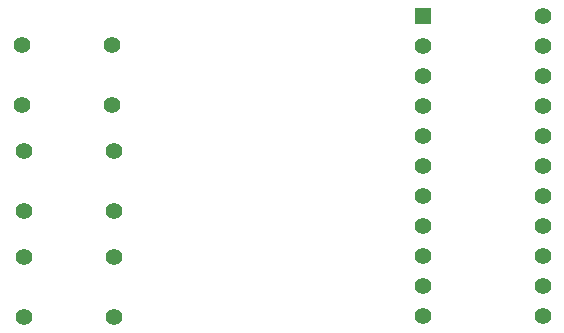
<source format=gbs>
G04 (created by PCBNEW (2013-07-07 BZR 4022)-stable) date 6/4/2014 12:52:27 AM*
%MOIN*%
G04 Gerber Fmt 3.4, Leading zero omitted, Abs format*
%FSLAX34Y34*%
G01*
G70*
G90*
G04 APERTURE LIST*
%ADD10C,0.00590551*%
%ADD11R,0.055X0.055*%
%ADD12C,0.055*%
G04 APERTURE END LIST*
G54D10*
G54D11*
X43960Y-47110D03*
G54D12*
X43960Y-48110D03*
X43960Y-49110D03*
X43960Y-50110D03*
X43960Y-51110D03*
X43960Y-52110D03*
X43960Y-53110D03*
X43960Y-54110D03*
X43960Y-55110D03*
X43960Y-56110D03*
X43960Y-57110D03*
X47960Y-57110D03*
X47960Y-56110D03*
X47960Y-55110D03*
X47960Y-54110D03*
X47960Y-53110D03*
X47960Y-52110D03*
X47960Y-51110D03*
X47960Y-50110D03*
X47960Y-49110D03*
X47960Y-48110D03*
X47960Y-47110D03*
X30598Y-50082D03*
X30598Y-48082D03*
X33598Y-50082D03*
X33598Y-48082D03*
X33686Y-51624D03*
X33686Y-53624D03*
X30686Y-51624D03*
X30686Y-53624D03*
X33660Y-55146D03*
X33660Y-57146D03*
X30660Y-55146D03*
X30660Y-57146D03*
M02*

</source>
